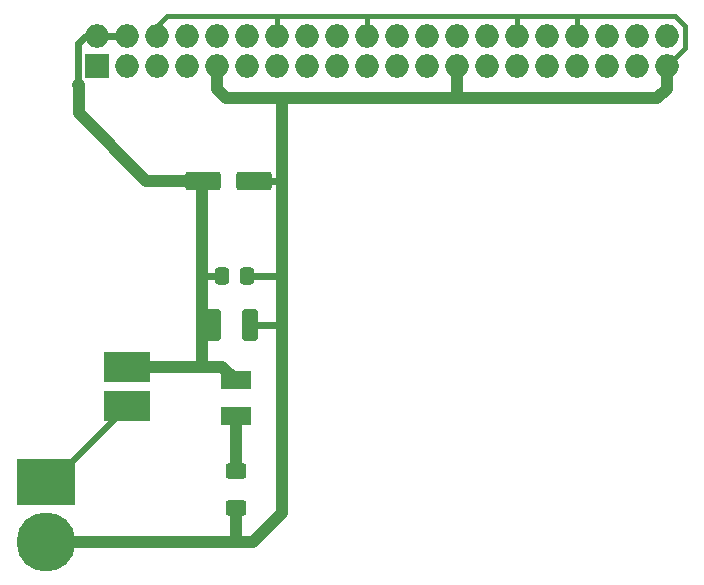
<source format=gtl>
G04 #@! TF.GenerationSoftware,KiCad,Pcbnew,(6.0.0)*
G04 #@! TF.CreationDate,2022-03-06T11:06:16+01:00*
G04 #@! TF.ProjectId,OpenTesterRpi3PSUBoardmk2,4f70656e-5465-4737-9465-725270693350,rev?*
G04 #@! TF.SameCoordinates,PXbebc200PY8f0d180*
G04 #@! TF.FileFunction,Copper,L1,Top*
G04 #@! TF.FilePolarity,Positive*
%FSLAX46Y46*%
G04 Gerber Fmt 4.6, Leading zero omitted, Abs format (unit mm)*
G04 Created by KiCad (PCBNEW (6.0.0)) date 2022-03-06 11:06:16*
%MOMM*%
%LPD*%
G01*
G04 APERTURE LIST*
G04 Aperture macros list*
%AMRoundRect*
0 Rectangle with rounded corners*
0 $1 Rounding radius*
0 $2 $3 $4 $5 $6 $7 $8 $9 X,Y pos of 4 corners*
0 Add a 4 corners polygon primitive as box body*
4,1,4,$2,$3,$4,$5,$6,$7,$8,$9,$2,$3,0*
0 Add four circle primitives for the rounded corners*
1,1,$1+$1,$2,$3*
1,1,$1+$1,$4,$5*
1,1,$1+$1,$6,$7*
1,1,$1+$1,$8,$9*
0 Add four rect primitives between the rounded corners*
20,1,$1+$1,$2,$3,$4,$5,0*
20,1,$1+$1,$4,$5,$6,$7,0*
20,1,$1+$1,$6,$7,$8,$9,0*
20,1,$1+$1,$8,$9,$2,$3,0*%
G04 Aperture macros list end*
G04 #@! TA.AperFunction,SMDPad,CuDef*
%ADD10RoundRect,0.250000X-0.625000X0.400000X-0.625000X-0.400000X0.625000X-0.400000X0.625000X0.400000X0*%
G04 #@! TD*
G04 #@! TA.AperFunction,SMDPad,CuDef*
%ADD11R,2.600000X1.500000*%
G04 #@! TD*
G04 #@! TA.AperFunction,SMDPad,CuDef*
%ADD12RoundRect,0.250000X-0.412500X-1.100000X0.412500X-1.100000X0.412500X1.100000X-0.412500X1.100000X0*%
G04 #@! TD*
G04 #@! TA.AperFunction,ComponentPad*
%ADD13R,5.000000X4.000000*%
G04 #@! TD*
G04 #@! TA.AperFunction,ComponentPad*
%ADD14C,5.000000*%
G04 #@! TD*
G04 #@! TA.AperFunction,SMDPad,CuDef*
%ADD15R,4.000000X2.500000*%
G04 #@! TD*
G04 #@! TA.AperFunction,SMDPad,CuDef*
%ADD16RoundRect,0.250000X-0.337500X-0.475000X0.337500X-0.475000X0.337500X0.475000X-0.337500X0.475000X0*%
G04 #@! TD*
G04 #@! TA.AperFunction,SMDPad,CuDef*
%ADD17RoundRect,0.250000X-1.250000X-0.550000X1.250000X-0.550000X1.250000X0.550000X-1.250000X0.550000X0*%
G04 #@! TD*
G04 #@! TA.AperFunction,ComponentPad*
%ADD18R,2.000000X2.000000*%
G04 #@! TD*
G04 #@! TA.AperFunction,ComponentPad*
%ADD19O,2.000000X2.000000*%
G04 #@! TD*
G04 #@! TA.AperFunction,Conductor*
%ADD20C,0.400000*%
G04 #@! TD*
G04 #@! TA.AperFunction,Conductor*
%ADD21C,1.000000*%
G04 #@! TD*
G04 #@! TA.AperFunction,Conductor*
%ADD22C,0.200000*%
G04 #@! TD*
G04 #@! TA.AperFunction,Conductor*
%ADD23C,0.600000*%
G04 #@! TD*
G04 APERTURE END LIST*
D10*
X20150000Y16925000D03*
X20150000Y13825000D03*
D11*
X20150000Y21625000D03*
X20150000Y24625000D03*
D12*
X18200000Y29350000D03*
X21325000Y29350000D03*
D13*
X4075000Y16065000D03*
D14*
X4075000Y10985000D03*
D15*
X10925000Y25800000D03*
X10925000Y22500000D03*
D16*
X18975000Y33450000D03*
X21050000Y33450000D03*
D17*
X17300000Y41550000D03*
X21700000Y41550000D03*
D18*
X8370000Y51230000D03*
D19*
X8370000Y53770000D03*
X10910000Y51230000D03*
X10910000Y53770000D03*
X13450000Y51230000D03*
X13450000Y53770000D03*
X15990000Y51230000D03*
X15990000Y53770000D03*
X18530000Y51230000D03*
X18530000Y53770000D03*
X21070000Y51230000D03*
X21070000Y53770000D03*
X23610000Y51230000D03*
X23610000Y53770000D03*
X26150000Y51230000D03*
X26150000Y53770000D03*
X28690000Y51230000D03*
X28690000Y53770000D03*
X31230000Y51230000D03*
X31230000Y53770000D03*
X33770000Y51230000D03*
X33770000Y53770000D03*
X36310000Y51230000D03*
X36310000Y53770000D03*
X38850000Y51230000D03*
X38850000Y53770000D03*
X41390000Y51230000D03*
X41390000Y53770000D03*
X43930000Y51230000D03*
X43930000Y53770000D03*
X46470000Y51230000D03*
X46470000Y53770000D03*
X49010000Y51230000D03*
X49010000Y53770000D03*
X51550000Y51230000D03*
X51550000Y53770000D03*
X54090000Y51230000D03*
X54090000Y53770000D03*
X56630000Y51230000D03*
X56630000Y53770000D03*
D20*
X58175000Y52775000D02*
X56630000Y51230000D01*
X58175000Y54600000D02*
X58175000Y52775000D01*
X57300000Y55475000D02*
X58175000Y54600000D01*
X49050000Y55475000D02*
X57300000Y55475000D01*
D21*
X17262500Y25800000D02*
X17262500Y28412500D01*
X10925000Y25800000D02*
X17262500Y25800000D01*
X17825000Y25800000D02*
X18975000Y25800000D01*
X10925000Y25800000D02*
X17825000Y25800000D01*
X18975000Y25800000D02*
X20150000Y24625000D01*
X20150000Y21625000D02*
X20150000Y16925000D01*
D22*
X20150000Y11375000D02*
X20540000Y10985000D01*
D21*
X20540000Y10985000D02*
X21560000Y10985000D01*
X20150000Y13825000D02*
X20150000Y11375000D01*
X4075000Y10985000D02*
X20540000Y10985000D01*
X21560000Y10985000D02*
X24000000Y13425000D01*
X24000000Y13425000D02*
X24000000Y29375000D01*
D23*
X7395000Y53770000D02*
X8370000Y53770000D01*
X6800000Y53175000D02*
X7395000Y53770000D01*
X6800000Y49650000D02*
X6800000Y53175000D01*
D21*
X6825000Y49625000D02*
X6825000Y47225000D01*
X6800000Y49650000D02*
X6825000Y49625000D01*
X6825000Y47225000D02*
X12500000Y41550000D01*
X12500000Y41550000D02*
X17300000Y41550000D01*
D23*
X8370000Y53770000D02*
X10910000Y53770000D01*
X17350000Y33450000D02*
X17262500Y33362500D01*
X18975000Y33450000D02*
X17350000Y33450000D01*
X17300000Y41550000D02*
X17262500Y41512500D01*
D21*
X17262500Y41512500D02*
X17262500Y33362500D01*
X17262500Y33362500D02*
X17262500Y28412500D01*
D23*
X17262500Y28412500D02*
X18200000Y29350000D01*
D20*
X14300000Y55475000D02*
X23625000Y55475000D01*
D21*
X18530000Y51230000D02*
X18530000Y49270000D01*
D20*
X49010000Y53770000D02*
X49010000Y55435000D01*
D21*
X24000000Y29375000D02*
X24000000Y33550000D01*
X24000000Y41375000D02*
X24000000Y48500000D01*
D20*
X23610000Y55460000D02*
X23625000Y55475000D01*
D21*
X38850000Y51230000D02*
X38850000Y48775000D01*
D20*
X43930000Y53770000D02*
X43930000Y55405000D01*
D23*
X38850000Y48775000D02*
X39125000Y48500000D01*
X23825000Y41550000D02*
X24000000Y41375000D01*
X23975000Y29350000D02*
X24000000Y29375000D01*
D20*
X49010000Y55435000D02*
X49050000Y55475000D01*
X13450000Y54625000D02*
X14300000Y55475000D01*
D23*
X21050000Y33450000D02*
X23900000Y33450000D01*
D20*
X31230000Y55330000D02*
X31375000Y55475000D01*
D23*
X21325000Y29350000D02*
X23975000Y29350000D01*
D21*
X55800000Y48500000D02*
X56630000Y49330000D01*
D20*
X13450000Y53770000D02*
X13450000Y54625000D01*
X43930000Y55405000D02*
X44000000Y55475000D01*
X44000000Y55475000D02*
X49050000Y55475000D01*
X23625000Y55475000D02*
X31375000Y55475000D01*
D21*
X19300000Y48500000D02*
X24000000Y48500000D01*
D23*
X21700000Y41550000D02*
X23825000Y41550000D01*
D21*
X56630000Y49330000D02*
X56630000Y51230000D01*
X18530000Y49270000D02*
X19300000Y48500000D01*
X39125000Y48500000D02*
X55800000Y48500000D01*
D23*
X23900000Y33450000D02*
X24000000Y33550000D01*
D21*
X24000000Y33550000D02*
X24000000Y41375000D01*
X24000000Y48500000D02*
X39125000Y48500000D01*
D20*
X23610000Y53770000D02*
X23610000Y55460000D01*
X31230000Y53770000D02*
X31230000Y55330000D01*
X31375000Y55475000D02*
X44000000Y55475000D01*
D23*
X4075000Y16065000D02*
X4490000Y16065000D01*
X4490000Y16065000D02*
X10925000Y22500000D01*
M02*

</source>
